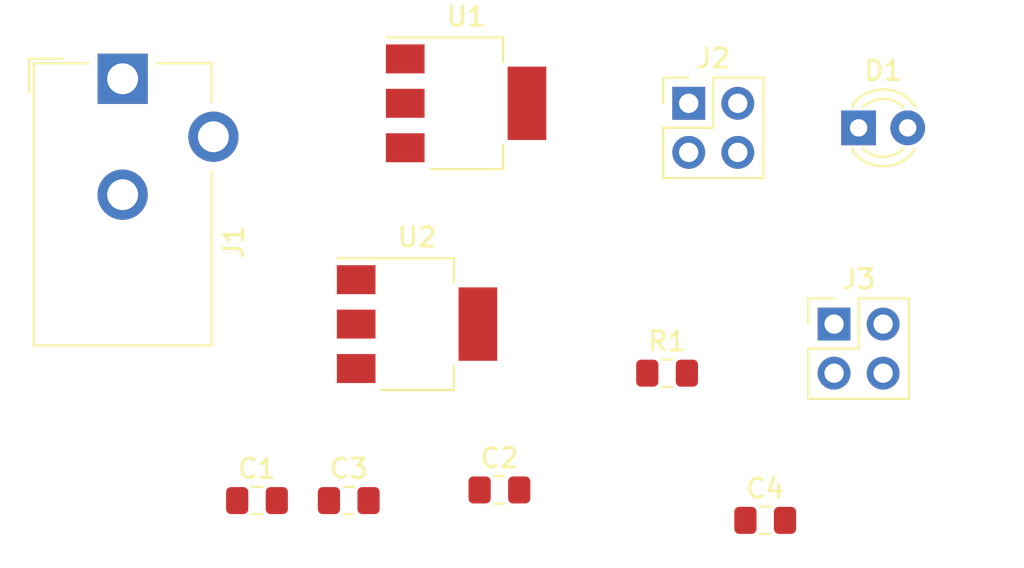
<source format=kicad_pcb>
(kicad_pcb (version 20171130) (host pcbnew 5.1.5-52549c5~84~ubuntu18.04.1)

  (general
    (thickness 1.6)
    (drawings 0)
    (tracks 0)
    (zones 0)
    (modules 11)
    (nets 6)
  )

  (page A4)
  (layers
    (0 F.Cu signal)
    (31 B.Cu signal)
    (32 B.Adhes user)
    (33 F.Adhes user)
    (34 B.Paste user)
    (35 F.Paste user)
    (36 B.SilkS user)
    (37 F.SilkS user)
    (38 B.Mask user)
    (39 F.Mask user)
    (40 Dwgs.User user)
    (41 Cmts.User user)
    (42 Eco1.User user)
    (43 Eco2.User user)
    (44 Edge.Cuts user)
    (45 Margin user)
    (46 B.CrtYd user)
    (47 F.CrtYd user)
    (48 B.Fab user)
    (49 F.Fab user)
  )

  (setup
    (last_trace_width 0.25)
    (trace_clearance 0.2)
    (zone_clearance 0.508)
    (zone_45_only no)
    (trace_min 0.2)
    (via_size 0.8)
    (via_drill 0.4)
    (via_min_size 0.4)
    (via_min_drill 0.3)
    (uvia_size 0.3)
    (uvia_drill 0.1)
    (uvias_allowed no)
    (uvia_min_size 0.2)
    (uvia_min_drill 0.1)
    (edge_width 0.05)
    (segment_width 0.2)
    (pcb_text_width 0.3)
    (pcb_text_size 1.5 1.5)
    (mod_edge_width 0.12)
    (mod_text_size 1 1)
    (mod_text_width 0.15)
    (pad_size 1.524 1.524)
    (pad_drill 0.762)
    (pad_to_mask_clearance 0.051)
    (solder_mask_min_width 0.25)
    (aux_axis_origin 0 0)
    (visible_elements FFFFFF7F)
    (pcbplotparams
      (layerselection 0x010fc_ffffffff)
      (usegerberextensions false)
      (usegerberattributes false)
      (usegerberadvancedattributes false)
      (creategerberjobfile false)
      (excludeedgelayer true)
      (linewidth 0.100000)
      (plotframeref false)
      (viasonmask false)
      (mode 1)
      (useauxorigin false)
      (hpglpennumber 1)
      (hpglpenspeed 20)
      (hpglpendiameter 15.000000)
      (psnegative false)
      (psa4output false)
      (plotreference true)
      (plotvalue true)
      (plotinvisibletext false)
      (padsonsilk false)
      (subtractmaskfromsilk false)
      (outputformat 1)
      (mirror false)
      (drillshape 1)
      (scaleselection 1)
      (outputdirectory ""))
  )

  (net 0 "")
  (net 1 "Net-(C1-Pad1)")
  (net 2 GND)
  (net 3 "Net-(C2-Pad1)")
  (net 4 "Net-(C4-Pad1)")
  (net 5 "Net-(D1-Pad2)")

  (net_class Default "This is the default net class."
    (clearance 0.2)
    (trace_width 0.25)
    (via_dia 0.8)
    (via_drill 0.4)
    (uvia_dia 0.3)
    (uvia_drill 0.1)
    (add_net GND)
    (add_net "Net-(C1-Pad1)")
    (add_net "Net-(C2-Pad1)")
    (add_net "Net-(C4-Pad1)")
    (add_net "Net-(D1-Pad2)")
  )

  (module Capacitor_SMD:C_0805_2012Metric_Pad1.15x1.40mm_HandSolder (layer F.Cu) (tedit 5B36C52B) (tstamp 5E5E4CC0)
    (at 98.395001 151.375001)
    (descr "Capacitor SMD 0805 (2012 Metric), square (rectangular) end terminal, IPC_7351 nominal with elongated pad for handsoldering. (Body size source: https://docs.google.com/spreadsheets/d/1BsfQQcO9C6DZCsRaXUlFlo91Tg2WpOkGARC1WS5S8t0/edit?usp=sharing), generated with kicad-footprint-generator")
    (tags "capacitor handsolder")
    (path /5E5E28BF)
    (attr smd)
    (fp_text reference C1 (at 0 -1.65) (layer F.SilkS)
      (effects (font (size 1 1) (thickness 0.15)))
    )
    (fp_text value 10mF (at 0 1.65) (layer F.Fab)
      (effects (font (size 1 1) (thickness 0.15)))
    )
    (fp_line (start -1 0.6) (end -1 -0.6) (layer F.Fab) (width 0.1))
    (fp_line (start -1 -0.6) (end 1 -0.6) (layer F.Fab) (width 0.1))
    (fp_line (start 1 -0.6) (end 1 0.6) (layer F.Fab) (width 0.1))
    (fp_line (start 1 0.6) (end -1 0.6) (layer F.Fab) (width 0.1))
    (fp_line (start -0.261252 -0.71) (end 0.261252 -0.71) (layer F.SilkS) (width 0.12))
    (fp_line (start -0.261252 0.71) (end 0.261252 0.71) (layer F.SilkS) (width 0.12))
    (fp_line (start -1.85 0.95) (end -1.85 -0.95) (layer F.CrtYd) (width 0.05))
    (fp_line (start -1.85 -0.95) (end 1.85 -0.95) (layer F.CrtYd) (width 0.05))
    (fp_line (start 1.85 -0.95) (end 1.85 0.95) (layer F.CrtYd) (width 0.05))
    (fp_line (start 1.85 0.95) (end -1.85 0.95) (layer F.CrtYd) (width 0.05))
    (fp_text user %R (at 0 0) (layer F.Fab)
      (effects (font (size 0.5 0.5) (thickness 0.08)))
    )
    (pad 1 smd roundrect (at -1.025 0) (size 1.15 1.4) (layers F.Cu F.Paste F.Mask) (roundrect_rratio 0.217391)
      (net 1 "Net-(C1-Pad1)"))
    (pad 2 smd roundrect (at 1.025 0) (size 1.15 1.4) (layers F.Cu F.Paste F.Mask) (roundrect_rratio 0.217391)
      (net 2 GND))
    (model ${KISYS3DMOD}/Capacitor_SMD.3dshapes/C_0805_2012Metric.wrl
      (at (xyz 0 0 0))
      (scale (xyz 1 1 1))
      (rotate (xyz 0 0 0))
    )
  )

  (module Capacitor_SMD:C_0805_2012Metric_Pad1.15x1.40mm_HandSolder (layer F.Cu) (tedit 5B36C52B) (tstamp 5E5E4CD1)
    (at 110.945001 150.825001)
    (descr "Capacitor SMD 0805 (2012 Metric), square (rectangular) end terminal, IPC_7351 nominal with elongated pad for handsoldering. (Body size source: https://docs.google.com/spreadsheets/d/1BsfQQcO9C6DZCsRaXUlFlo91Tg2WpOkGARC1WS5S8t0/edit?usp=sharing), generated with kicad-footprint-generator")
    (tags "capacitor handsolder")
    (path /5E5E5248)
    (attr smd)
    (fp_text reference C2 (at 0 -1.65) (layer F.SilkS)
      (effects (font (size 1 1) (thickness 0.15)))
    )
    (fp_text value 22mF (at 0 1.65) (layer F.Fab)
      (effects (font (size 1 1) (thickness 0.15)))
    )
    (fp_line (start -1 0.6) (end -1 -0.6) (layer F.Fab) (width 0.1))
    (fp_line (start -1 -0.6) (end 1 -0.6) (layer F.Fab) (width 0.1))
    (fp_line (start 1 -0.6) (end 1 0.6) (layer F.Fab) (width 0.1))
    (fp_line (start 1 0.6) (end -1 0.6) (layer F.Fab) (width 0.1))
    (fp_line (start -0.261252 -0.71) (end 0.261252 -0.71) (layer F.SilkS) (width 0.12))
    (fp_line (start -0.261252 0.71) (end 0.261252 0.71) (layer F.SilkS) (width 0.12))
    (fp_line (start -1.85 0.95) (end -1.85 -0.95) (layer F.CrtYd) (width 0.05))
    (fp_line (start -1.85 -0.95) (end 1.85 -0.95) (layer F.CrtYd) (width 0.05))
    (fp_line (start 1.85 -0.95) (end 1.85 0.95) (layer F.CrtYd) (width 0.05))
    (fp_line (start 1.85 0.95) (end -1.85 0.95) (layer F.CrtYd) (width 0.05))
    (fp_text user %R (at 0 0) (layer F.Fab)
      (effects (font (size 0.5 0.5) (thickness 0.08)))
    )
    (pad 1 smd roundrect (at -1.025 0) (size 1.15 1.4) (layers F.Cu F.Paste F.Mask) (roundrect_rratio 0.217391)
      (net 3 "Net-(C2-Pad1)"))
    (pad 2 smd roundrect (at 1.025 0) (size 1.15 1.4) (layers F.Cu F.Paste F.Mask) (roundrect_rratio 0.217391)
      (net 2 GND))
    (model ${KISYS3DMOD}/Capacitor_SMD.3dshapes/C_0805_2012Metric.wrl
      (at (xyz 0 0 0))
      (scale (xyz 1 1 1))
      (rotate (xyz 0 0 0))
    )
  )

  (module Capacitor_SMD:C_0805_2012Metric_Pad1.15x1.40mm_HandSolder (layer F.Cu) (tedit 5B36C52B) (tstamp 5E5E4CE2)
    (at 103.145001 151.375001)
    (descr "Capacitor SMD 0805 (2012 Metric), square (rectangular) end terminal, IPC_7351 nominal with elongated pad for handsoldering. (Body size source: https://docs.google.com/spreadsheets/d/1BsfQQcO9C6DZCsRaXUlFlo91Tg2WpOkGARC1WS5S8t0/edit?usp=sharing), generated with kicad-footprint-generator")
    (tags "capacitor handsolder")
    (path /5E5E4C96)
    (attr smd)
    (fp_text reference C3 (at 0 -1.65) (layer F.SilkS)
      (effects (font (size 1 1) (thickness 0.15)))
    )
    (fp_text value 10mF (at 0 1.65) (layer F.Fab)
      (effects (font (size 1 1) (thickness 0.15)))
    )
    (fp_text user %R (at 0 0) (layer F.Fab)
      (effects (font (size 0.5 0.5) (thickness 0.08)))
    )
    (fp_line (start 1.85 0.95) (end -1.85 0.95) (layer F.CrtYd) (width 0.05))
    (fp_line (start 1.85 -0.95) (end 1.85 0.95) (layer F.CrtYd) (width 0.05))
    (fp_line (start -1.85 -0.95) (end 1.85 -0.95) (layer F.CrtYd) (width 0.05))
    (fp_line (start -1.85 0.95) (end -1.85 -0.95) (layer F.CrtYd) (width 0.05))
    (fp_line (start -0.261252 0.71) (end 0.261252 0.71) (layer F.SilkS) (width 0.12))
    (fp_line (start -0.261252 -0.71) (end 0.261252 -0.71) (layer F.SilkS) (width 0.12))
    (fp_line (start 1 0.6) (end -1 0.6) (layer F.Fab) (width 0.1))
    (fp_line (start 1 -0.6) (end 1 0.6) (layer F.Fab) (width 0.1))
    (fp_line (start -1 -0.6) (end 1 -0.6) (layer F.Fab) (width 0.1))
    (fp_line (start -1 0.6) (end -1 -0.6) (layer F.Fab) (width 0.1))
    (pad 2 smd roundrect (at 1.025 0) (size 1.15 1.4) (layers F.Cu F.Paste F.Mask) (roundrect_rratio 0.217391)
      (net 2 GND))
    (pad 1 smd roundrect (at -1.025 0) (size 1.15 1.4) (layers F.Cu F.Paste F.Mask) (roundrect_rratio 0.217391)
      (net 1 "Net-(C1-Pad1)"))
    (model ${KISYS3DMOD}/Capacitor_SMD.3dshapes/C_0805_2012Metric.wrl
      (at (xyz 0 0 0))
      (scale (xyz 1 1 1))
      (rotate (xyz 0 0 0))
    )
  )

  (module Capacitor_SMD:C_0805_2012Metric_Pad1.15x1.40mm_HandSolder (layer F.Cu) (tedit 5B36C52B) (tstamp 5E5E4CF3)
    (at 124.705 152.4)
    (descr "Capacitor SMD 0805 (2012 Metric), square (rectangular) end terminal, IPC_7351 nominal with elongated pad for handsoldering. (Body size source: https://docs.google.com/spreadsheets/d/1BsfQQcO9C6DZCsRaXUlFlo91Tg2WpOkGARC1WS5S8t0/edit?usp=sharing), generated with kicad-footprint-generator")
    (tags "capacitor handsolder")
    (path /5E5E583A)
    (attr smd)
    (fp_text reference C4 (at 0 -1.65) (layer F.SilkS)
      (effects (font (size 1 1) (thickness 0.15)))
    )
    (fp_text value 22mF (at 0 1.65) (layer F.Fab)
      (effects (font (size 1 1) (thickness 0.15)))
    )
    (fp_text user %R (at 0 0) (layer F.Fab)
      (effects (font (size 0.5 0.5) (thickness 0.08)))
    )
    (fp_line (start 1.85 0.95) (end -1.85 0.95) (layer F.CrtYd) (width 0.05))
    (fp_line (start 1.85 -0.95) (end 1.85 0.95) (layer F.CrtYd) (width 0.05))
    (fp_line (start -1.85 -0.95) (end 1.85 -0.95) (layer F.CrtYd) (width 0.05))
    (fp_line (start -1.85 0.95) (end -1.85 -0.95) (layer F.CrtYd) (width 0.05))
    (fp_line (start -0.261252 0.71) (end 0.261252 0.71) (layer F.SilkS) (width 0.12))
    (fp_line (start -0.261252 -0.71) (end 0.261252 -0.71) (layer F.SilkS) (width 0.12))
    (fp_line (start 1 0.6) (end -1 0.6) (layer F.Fab) (width 0.1))
    (fp_line (start 1 -0.6) (end 1 0.6) (layer F.Fab) (width 0.1))
    (fp_line (start -1 -0.6) (end 1 -0.6) (layer F.Fab) (width 0.1))
    (fp_line (start -1 0.6) (end -1 -0.6) (layer F.Fab) (width 0.1))
    (pad 2 smd roundrect (at 1.025 0) (size 1.15 1.4) (layers F.Cu F.Paste F.Mask) (roundrect_rratio 0.217391)
      (net 2 GND))
    (pad 1 smd roundrect (at -1.025 0) (size 1.15 1.4) (layers F.Cu F.Paste F.Mask) (roundrect_rratio 0.217391)
      (net 4 "Net-(C4-Pad1)"))
    (model ${KISYS3DMOD}/Capacitor_SMD.3dshapes/C_0805_2012Metric.wrl
      (at (xyz 0 0 0))
      (scale (xyz 1 1 1))
      (rotate (xyz 0 0 0))
    )
  )

  (module LED_THT:LED_D3.0mm (layer F.Cu) (tedit 587A3A7B) (tstamp 5E5E4D06)
    (at 129.54 132.08)
    (descr "LED, diameter 3.0mm, 2 pins")
    (tags "LED diameter 3.0mm 2 pins")
    (path /5E5F20CC)
    (fp_text reference D1 (at 1.27 -2.96) (layer F.SilkS)
      (effects (font (size 1 1) (thickness 0.15)))
    )
    (fp_text value LED (at 1.27 2.96) (layer F.Fab)
      (effects (font (size 1 1) (thickness 0.15)))
    )
    (fp_arc (start 1.27 0) (end -0.23 -1.16619) (angle 284.3) (layer F.Fab) (width 0.1))
    (fp_arc (start 1.27 0) (end -0.29 -1.235516) (angle 108.8) (layer F.SilkS) (width 0.12))
    (fp_arc (start 1.27 0) (end -0.29 1.235516) (angle -108.8) (layer F.SilkS) (width 0.12))
    (fp_arc (start 1.27 0) (end 0.229039 -1.08) (angle 87.9) (layer F.SilkS) (width 0.12))
    (fp_arc (start 1.27 0) (end 0.229039 1.08) (angle -87.9) (layer F.SilkS) (width 0.12))
    (fp_circle (center 1.27 0) (end 2.77 0) (layer F.Fab) (width 0.1))
    (fp_line (start -0.23 -1.16619) (end -0.23 1.16619) (layer F.Fab) (width 0.1))
    (fp_line (start -0.29 -1.236) (end -0.29 -1.08) (layer F.SilkS) (width 0.12))
    (fp_line (start -0.29 1.08) (end -0.29 1.236) (layer F.SilkS) (width 0.12))
    (fp_line (start -1.15 -2.25) (end -1.15 2.25) (layer F.CrtYd) (width 0.05))
    (fp_line (start -1.15 2.25) (end 3.7 2.25) (layer F.CrtYd) (width 0.05))
    (fp_line (start 3.7 2.25) (end 3.7 -2.25) (layer F.CrtYd) (width 0.05))
    (fp_line (start 3.7 -2.25) (end -1.15 -2.25) (layer F.CrtYd) (width 0.05))
    (pad 1 thru_hole rect (at 0 0) (size 1.8 1.8) (drill 0.9) (layers *.Cu *.Mask)
      (net 2 GND))
    (pad 2 thru_hole circle (at 2.54 0) (size 1.8 1.8) (drill 0.9) (layers *.Cu *.Mask)
      (net 5 "Net-(D1-Pad2)"))
    (model ${KISYS3DMOD}/LED_THT.3dshapes/LED_D3.0mm.wrl
      (at (xyz 0 0 0))
      (scale (xyz 1 1 1))
      (rotate (xyz 0 0 0))
    )
  )

  (module Connector_BarrelJack:BarrelJack_CUI_PJ-102AH_Horizontal (layer F.Cu) (tedit 5A1DBF38) (tstamp 5E5E4D28)
    (at 91.44 129.54)
    (descr "Thin-pin DC Barrel Jack, https://cdn-shop.adafruit.com/datasheets/21mmdcjackDatasheet.pdf")
    (tags "Power Jack")
    (path /5E5DE8C4)
    (fp_text reference J1 (at 5.75 8.45 90) (layer F.SilkS)
      (effects (font (size 1 1) (thickness 0.15)))
    )
    (fp_text value PJ-102AH (at -5.5 6.2 90) (layer F.Fab)
      (effects (font (size 1 1) (thickness 0.15)))
    )
    (fp_text user %R (at 0 6.5) (layer F.Fab)
      (effects (font (size 1 1) (thickness 0.15)))
    )
    (fp_line (start 1.8 -1.8) (end 1.8 -1.2) (layer F.CrtYd) (width 0.05))
    (fp_line (start 1.8 -1.2) (end 5 -1.2) (layer F.CrtYd) (width 0.05))
    (fp_line (start 5 -1.2) (end 5 1.2) (layer F.CrtYd) (width 0.05))
    (fp_line (start 5 1.2) (end 6.5 1.2) (layer F.CrtYd) (width 0.05))
    (fp_line (start 6.5 1.2) (end 6.5 4.8) (layer F.CrtYd) (width 0.05))
    (fp_line (start 6.5 4.8) (end 5 4.8) (layer F.CrtYd) (width 0.05))
    (fp_line (start 5 4.8) (end 5 14.2) (layer F.CrtYd) (width 0.05))
    (fp_line (start 5 14.2) (end -5 14.2) (layer F.CrtYd) (width 0.05))
    (fp_line (start -5 14.2) (end -5 -1.2) (layer F.CrtYd) (width 0.05))
    (fp_line (start -5 -1.2) (end -1.8 -1.2) (layer F.CrtYd) (width 0.05))
    (fp_line (start -1.8 -1.2) (end -1.8 -1.8) (layer F.CrtYd) (width 0.05))
    (fp_line (start -1.8 -1.8) (end 1.8 -1.8) (layer F.CrtYd) (width 0.05))
    (fp_line (start 4.6 4.8) (end 4.6 13.8) (layer F.SilkS) (width 0.12))
    (fp_line (start 4.6 13.8) (end -4.6 13.8) (layer F.SilkS) (width 0.12))
    (fp_line (start -4.6 13.8) (end -4.6 -0.8) (layer F.SilkS) (width 0.12))
    (fp_line (start -4.6 -0.8) (end -1.8 -0.8) (layer F.SilkS) (width 0.12))
    (fp_line (start 1.8 -0.8) (end 4.6 -0.8) (layer F.SilkS) (width 0.12))
    (fp_line (start 4.6 -0.8) (end 4.6 1.2) (layer F.SilkS) (width 0.12))
    (fp_line (start -4.84 0.7) (end -4.84 -1.04) (layer F.SilkS) (width 0.12))
    (fp_line (start -4.84 -1.04) (end -3.1 -1.04) (layer F.SilkS) (width 0.12))
    (fp_line (start 4.5 -0.7) (end 4.5 13.7) (layer F.Fab) (width 0.1))
    (fp_line (start 4.5 13.7) (end -4.5 13.7) (layer F.Fab) (width 0.1))
    (fp_line (start -4.5 13.7) (end -4.5 0.3) (layer F.Fab) (width 0.1))
    (fp_line (start -4.5 0.3) (end -3.5 -0.7) (layer F.Fab) (width 0.1))
    (fp_line (start -3.5 -0.7) (end 4.5 -0.7) (layer F.Fab) (width 0.1))
    (fp_line (start -4.5 10.2) (end 4.5 10.2) (layer F.Fab) (width 0.1))
    (pad 1 thru_hole rect (at 0 0) (size 2.6 2.6) (drill 1.6) (layers *.Cu *.Mask)
      (net 1 "Net-(C1-Pad1)"))
    (pad 2 thru_hole circle (at 0 6) (size 2.6 2.6) (drill 1.6) (layers *.Cu *.Mask)
      (net 2 GND))
    (pad 3 thru_hole circle (at 4.7 3) (size 2.6 2.6) (drill 1.6) (layers *.Cu *.Mask))
    (model ${KISYS3DMOD}/Connector_BarrelJack.3dshapes/BarrelJack_CUI_PJ-102AH_Horizontal.wrl
      (at (xyz 0 0 0))
      (scale (xyz 1 1 1))
      (rotate (xyz 0 0 0))
    )
  )

  (module Connector_PinHeader_2.54mm:PinHeader_2x02_P2.54mm_Vertical (layer F.Cu) (tedit 59FED5CC) (tstamp 5E5E4D42)
    (at 120.745001 130.81)
    (descr "Through hole straight pin header, 2x02, 2.54mm pitch, double rows")
    (tags "Through hole pin header THT 2x02 2.54mm double row")
    (path /5E5F6366)
    (fp_text reference J2 (at 1.27 -2.33) (layer F.SilkS)
      (effects (font (size 1 1) (thickness 0.15)))
    )
    (fp_text value Conn_02x02_Odd_Even (at 1.27 4.87) (layer F.Fab)
      (effects (font (size 1 1) (thickness 0.15)))
    )
    (fp_text user %R (at 1.27 1.27 90) (layer F.Fab)
      (effects (font (size 1 1) (thickness 0.15)))
    )
    (fp_line (start 4.35 -1.8) (end -1.8 -1.8) (layer F.CrtYd) (width 0.05))
    (fp_line (start 4.35 4.35) (end 4.35 -1.8) (layer F.CrtYd) (width 0.05))
    (fp_line (start -1.8 4.35) (end 4.35 4.35) (layer F.CrtYd) (width 0.05))
    (fp_line (start -1.8 -1.8) (end -1.8 4.35) (layer F.CrtYd) (width 0.05))
    (fp_line (start -1.33 -1.33) (end 0 -1.33) (layer F.SilkS) (width 0.12))
    (fp_line (start -1.33 0) (end -1.33 -1.33) (layer F.SilkS) (width 0.12))
    (fp_line (start 1.27 -1.33) (end 3.87 -1.33) (layer F.SilkS) (width 0.12))
    (fp_line (start 1.27 1.27) (end 1.27 -1.33) (layer F.SilkS) (width 0.12))
    (fp_line (start -1.33 1.27) (end 1.27 1.27) (layer F.SilkS) (width 0.12))
    (fp_line (start 3.87 -1.33) (end 3.87 3.87) (layer F.SilkS) (width 0.12))
    (fp_line (start -1.33 1.27) (end -1.33 3.87) (layer F.SilkS) (width 0.12))
    (fp_line (start -1.33 3.87) (end 3.87 3.87) (layer F.SilkS) (width 0.12))
    (fp_line (start -1.27 0) (end 0 -1.27) (layer F.Fab) (width 0.1))
    (fp_line (start -1.27 3.81) (end -1.27 0) (layer F.Fab) (width 0.1))
    (fp_line (start 3.81 3.81) (end -1.27 3.81) (layer F.Fab) (width 0.1))
    (fp_line (start 3.81 -1.27) (end 3.81 3.81) (layer F.Fab) (width 0.1))
    (fp_line (start 0 -1.27) (end 3.81 -1.27) (layer F.Fab) (width 0.1))
    (pad 4 thru_hole oval (at 2.54 2.54) (size 1.7 1.7) (drill 1) (layers *.Cu *.Mask)
      (net 2 GND))
    (pad 3 thru_hole oval (at 0 2.54) (size 1.7 1.7) (drill 1) (layers *.Cu *.Mask)
      (net 2 GND))
    (pad 2 thru_hole oval (at 2.54 0) (size 1.7 1.7) (drill 1) (layers *.Cu *.Mask)
      (net 3 "Net-(C2-Pad1)"))
    (pad 1 thru_hole rect (at 0 0) (size 1.7 1.7) (drill 1) (layers *.Cu *.Mask)
      (net 3 "Net-(C2-Pad1)"))
    (model ${KISYS3DMOD}/Connector_PinHeader_2.54mm.3dshapes/PinHeader_2x02_P2.54mm_Vertical.wrl
      (at (xyz 0 0 0))
      (scale (xyz 1 1 1))
      (rotate (xyz 0 0 0))
    )
  )

  (module Connector_PinHeader_2.54mm:PinHeader_2x02_P2.54mm_Vertical (layer F.Cu) (tedit 59FED5CC) (tstamp 5E5E4D5C)
    (at 128.27 142.24)
    (descr "Through hole straight pin header, 2x02, 2.54mm pitch, double rows")
    (tags "Through hole pin header THT 2x02 2.54mm double row")
    (path /5E5F56DD)
    (fp_text reference J3 (at 1.27 -2.33) (layer F.SilkS)
      (effects (font (size 1 1) (thickness 0.15)))
    )
    (fp_text value Conn_02x02_Odd_Even (at 1.27 4.87) (layer F.Fab)
      (effects (font (size 1 1) (thickness 0.15)))
    )
    (fp_line (start 0 -1.27) (end 3.81 -1.27) (layer F.Fab) (width 0.1))
    (fp_line (start 3.81 -1.27) (end 3.81 3.81) (layer F.Fab) (width 0.1))
    (fp_line (start 3.81 3.81) (end -1.27 3.81) (layer F.Fab) (width 0.1))
    (fp_line (start -1.27 3.81) (end -1.27 0) (layer F.Fab) (width 0.1))
    (fp_line (start -1.27 0) (end 0 -1.27) (layer F.Fab) (width 0.1))
    (fp_line (start -1.33 3.87) (end 3.87 3.87) (layer F.SilkS) (width 0.12))
    (fp_line (start -1.33 1.27) (end -1.33 3.87) (layer F.SilkS) (width 0.12))
    (fp_line (start 3.87 -1.33) (end 3.87 3.87) (layer F.SilkS) (width 0.12))
    (fp_line (start -1.33 1.27) (end 1.27 1.27) (layer F.SilkS) (width 0.12))
    (fp_line (start 1.27 1.27) (end 1.27 -1.33) (layer F.SilkS) (width 0.12))
    (fp_line (start 1.27 -1.33) (end 3.87 -1.33) (layer F.SilkS) (width 0.12))
    (fp_line (start -1.33 0) (end -1.33 -1.33) (layer F.SilkS) (width 0.12))
    (fp_line (start -1.33 -1.33) (end 0 -1.33) (layer F.SilkS) (width 0.12))
    (fp_line (start -1.8 -1.8) (end -1.8 4.35) (layer F.CrtYd) (width 0.05))
    (fp_line (start -1.8 4.35) (end 4.35 4.35) (layer F.CrtYd) (width 0.05))
    (fp_line (start 4.35 4.35) (end 4.35 -1.8) (layer F.CrtYd) (width 0.05))
    (fp_line (start 4.35 -1.8) (end -1.8 -1.8) (layer F.CrtYd) (width 0.05))
    (fp_text user %R (at 1.27 1.27 90) (layer F.Fab)
      (effects (font (size 1 1) (thickness 0.15)))
    )
    (pad 1 thru_hole rect (at 0 0) (size 1.7 1.7) (drill 1) (layers *.Cu *.Mask)
      (net 4 "Net-(C4-Pad1)"))
    (pad 2 thru_hole oval (at 2.54 0) (size 1.7 1.7) (drill 1) (layers *.Cu *.Mask)
      (net 4 "Net-(C4-Pad1)"))
    (pad 3 thru_hole oval (at 0 2.54) (size 1.7 1.7) (drill 1) (layers *.Cu *.Mask)
      (net 2 GND))
    (pad 4 thru_hole oval (at 2.54 2.54) (size 1.7 1.7) (drill 1) (layers *.Cu *.Mask)
      (net 2 GND))
    (model ${KISYS3DMOD}/Connector_PinHeader_2.54mm.3dshapes/PinHeader_2x02_P2.54mm_Vertical.wrl
      (at (xyz 0 0 0))
      (scale (xyz 1 1 1))
      (rotate (xyz 0 0 0))
    )
  )

  (module Resistor_SMD:R_0805_2012Metric_Pad1.15x1.40mm_HandSolder (layer F.Cu) (tedit 5B36C52B) (tstamp 5E5E5220)
    (at 119.625 144.78)
    (descr "Resistor SMD 0805 (2012 Metric), square (rectangular) end terminal, IPC_7351 nominal with elongated pad for handsoldering. (Body size source: https://docs.google.com/spreadsheets/d/1BsfQQcO9C6DZCsRaXUlFlo91Tg2WpOkGARC1WS5S8t0/edit?usp=sharing), generated with kicad-footprint-generator")
    (tags "resistor handsolder")
    (path /5E5F28D8)
    (attr smd)
    (fp_text reference R1 (at 0 -1.65) (layer F.SilkS)
      (effects (font (size 1 1) (thickness 0.15)))
    )
    (fp_text value 1k (at 0 1.65) (layer F.Fab)
      (effects (font (size 1 1) (thickness 0.15)))
    )
    (fp_line (start -1 0.6) (end -1 -0.6) (layer F.Fab) (width 0.1))
    (fp_line (start -1 -0.6) (end 1 -0.6) (layer F.Fab) (width 0.1))
    (fp_line (start 1 -0.6) (end 1 0.6) (layer F.Fab) (width 0.1))
    (fp_line (start 1 0.6) (end -1 0.6) (layer F.Fab) (width 0.1))
    (fp_line (start -0.261252 -0.71) (end 0.261252 -0.71) (layer F.SilkS) (width 0.12))
    (fp_line (start -0.261252 0.71) (end 0.261252 0.71) (layer F.SilkS) (width 0.12))
    (fp_line (start -1.85 0.95) (end -1.85 -0.95) (layer F.CrtYd) (width 0.05))
    (fp_line (start -1.85 -0.95) (end 1.85 -0.95) (layer F.CrtYd) (width 0.05))
    (fp_line (start 1.85 -0.95) (end 1.85 0.95) (layer F.CrtYd) (width 0.05))
    (fp_line (start 1.85 0.95) (end -1.85 0.95) (layer F.CrtYd) (width 0.05))
    (fp_text user %R (at 0 0) (layer F.Fab)
      (effects (font (size 0.5 0.5) (thickness 0.08)))
    )
    (pad 1 smd roundrect (at -1.025 0) (size 1.15 1.4) (layers F.Cu F.Paste F.Mask) (roundrect_rratio 0.217391)
      (net 4 "Net-(C4-Pad1)"))
    (pad 2 smd roundrect (at 1.025 0) (size 1.15 1.4) (layers F.Cu F.Paste F.Mask) (roundrect_rratio 0.217391)
      (net 5 "Net-(D1-Pad2)"))
    (model ${KISYS3DMOD}/Resistor_SMD.3dshapes/R_0805_2012Metric.wrl
      (at (xyz 0 0 0))
      (scale (xyz 1 1 1))
      (rotate (xyz 0 0 0))
    )
  )

  (module Package_TO_SOT_SMD:SOT-223-3_TabPin2 (layer F.Cu) (tedit 5A02FF57) (tstamp 5E5E4D83)
    (at 109.22 130.81)
    (descr "module CMS SOT223 4 pins")
    (tags "CMS SOT")
    (path /5E5E127E)
    (attr smd)
    (fp_text reference U1 (at 0 -4.5) (layer F.SilkS)
      (effects (font (size 1 1) (thickness 0.15)))
    )
    (fp_text value AZ1117CH-3.3TRG1 (at 0 4.5) (layer F.Fab)
      (effects (font (size 1 1) (thickness 0.15)))
    )
    (fp_text user %R (at 0 0 90) (layer F.Fab)
      (effects (font (size 0.8 0.8) (thickness 0.12)))
    )
    (fp_line (start 1.91 3.41) (end 1.91 2.15) (layer F.SilkS) (width 0.12))
    (fp_line (start 1.91 -3.41) (end 1.91 -2.15) (layer F.SilkS) (width 0.12))
    (fp_line (start 4.4 -3.6) (end -4.4 -3.6) (layer F.CrtYd) (width 0.05))
    (fp_line (start 4.4 3.6) (end 4.4 -3.6) (layer F.CrtYd) (width 0.05))
    (fp_line (start -4.4 3.6) (end 4.4 3.6) (layer F.CrtYd) (width 0.05))
    (fp_line (start -4.4 -3.6) (end -4.4 3.6) (layer F.CrtYd) (width 0.05))
    (fp_line (start -1.85 -2.35) (end -0.85 -3.35) (layer F.Fab) (width 0.1))
    (fp_line (start -1.85 -2.35) (end -1.85 3.35) (layer F.Fab) (width 0.1))
    (fp_line (start -1.85 3.41) (end 1.91 3.41) (layer F.SilkS) (width 0.12))
    (fp_line (start -0.85 -3.35) (end 1.85 -3.35) (layer F.Fab) (width 0.1))
    (fp_line (start -4.1 -3.41) (end 1.91 -3.41) (layer F.SilkS) (width 0.12))
    (fp_line (start -1.85 3.35) (end 1.85 3.35) (layer F.Fab) (width 0.1))
    (fp_line (start 1.85 -3.35) (end 1.85 3.35) (layer F.Fab) (width 0.1))
    (pad 2 smd rect (at 3.15 0) (size 2 3.8) (layers F.Cu F.Paste F.Mask)
      (net 3 "Net-(C2-Pad1)"))
    (pad 2 smd rect (at -3.15 0) (size 2 1.5) (layers F.Cu F.Paste F.Mask)
      (net 3 "Net-(C2-Pad1)"))
    (pad 3 smd rect (at -3.15 2.3) (size 2 1.5) (layers F.Cu F.Paste F.Mask)
      (net 1 "Net-(C1-Pad1)"))
    (pad 1 smd rect (at -3.15 -2.3) (size 2 1.5) (layers F.Cu F.Paste F.Mask)
      (net 2 GND))
    (model ${KISYS3DMOD}/Package_TO_SOT_SMD.3dshapes/SOT-223.wrl
      (at (xyz 0 0 0))
      (scale (xyz 1 1 1))
      (rotate (xyz 0 0 0))
    )
  )

  (module Package_TO_SOT_SMD:SOT-223-3_TabPin2 (layer F.Cu) (tedit 5A02FF57) (tstamp 5E5E4D99)
    (at 106.68 142.24)
    (descr "module CMS SOT223 4 pins")
    (tags "CMS SOT")
    (path /5E5E19B5)
    (attr smd)
    (fp_text reference U2 (at 0 -4.5) (layer F.SilkS)
      (effects (font (size 1 1) (thickness 0.15)))
    )
    (fp_text value AZ1117CH-5.0TRG1 (at 0 4.5) (layer F.Fab)
      (effects (font (size 1 1) (thickness 0.15)))
    )
    (fp_line (start 1.85 -3.35) (end 1.85 3.35) (layer F.Fab) (width 0.1))
    (fp_line (start -1.85 3.35) (end 1.85 3.35) (layer F.Fab) (width 0.1))
    (fp_line (start -4.1 -3.41) (end 1.91 -3.41) (layer F.SilkS) (width 0.12))
    (fp_line (start -0.85 -3.35) (end 1.85 -3.35) (layer F.Fab) (width 0.1))
    (fp_line (start -1.85 3.41) (end 1.91 3.41) (layer F.SilkS) (width 0.12))
    (fp_line (start -1.85 -2.35) (end -1.85 3.35) (layer F.Fab) (width 0.1))
    (fp_line (start -1.85 -2.35) (end -0.85 -3.35) (layer F.Fab) (width 0.1))
    (fp_line (start -4.4 -3.6) (end -4.4 3.6) (layer F.CrtYd) (width 0.05))
    (fp_line (start -4.4 3.6) (end 4.4 3.6) (layer F.CrtYd) (width 0.05))
    (fp_line (start 4.4 3.6) (end 4.4 -3.6) (layer F.CrtYd) (width 0.05))
    (fp_line (start 4.4 -3.6) (end -4.4 -3.6) (layer F.CrtYd) (width 0.05))
    (fp_line (start 1.91 -3.41) (end 1.91 -2.15) (layer F.SilkS) (width 0.12))
    (fp_line (start 1.91 3.41) (end 1.91 2.15) (layer F.SilkS) (width 0.12))
    (fp_text user %R (at 0 0 90) (layer F.Fab)
      (effects (font (size 0.8 0.8) (thickness 0.12)))
    )
    (pad 1 smd rect (at -3.15 -2.3) (size 2 1.5) (layers F.Cu F.Paste F.Mask)
      (net 2 GND))
    (pad 3 smd rect (at -3.15 2.3) (size 2 1.5) (layers F.Cu F.Paste F.Mask)
      (net 1 "Net-(C1-Pad1)"))
    (pad 2 smd rect (at -3.15 0) (size 2 1.5) (layers F.Cu F.Paste F.Mask)
      (net 4 "Net-(C4-Pad1)"))
    (pad 2 smd rect (at 3.15 0) (size 2 3.8) (layers F.Cu F.Paste F.Mask)
      (net 4 "Net-(C4-Pad1)"))
    (model ${KISYS3DMOD}/Package_TO_SOT_SMD.3dshapes/SOT-223.wrl
      (at (xyz 0 0 0))
      (scale (xyz 1 1 1))
      (rotate (xyz 0 0 0))
    )
  )

)

</source>
